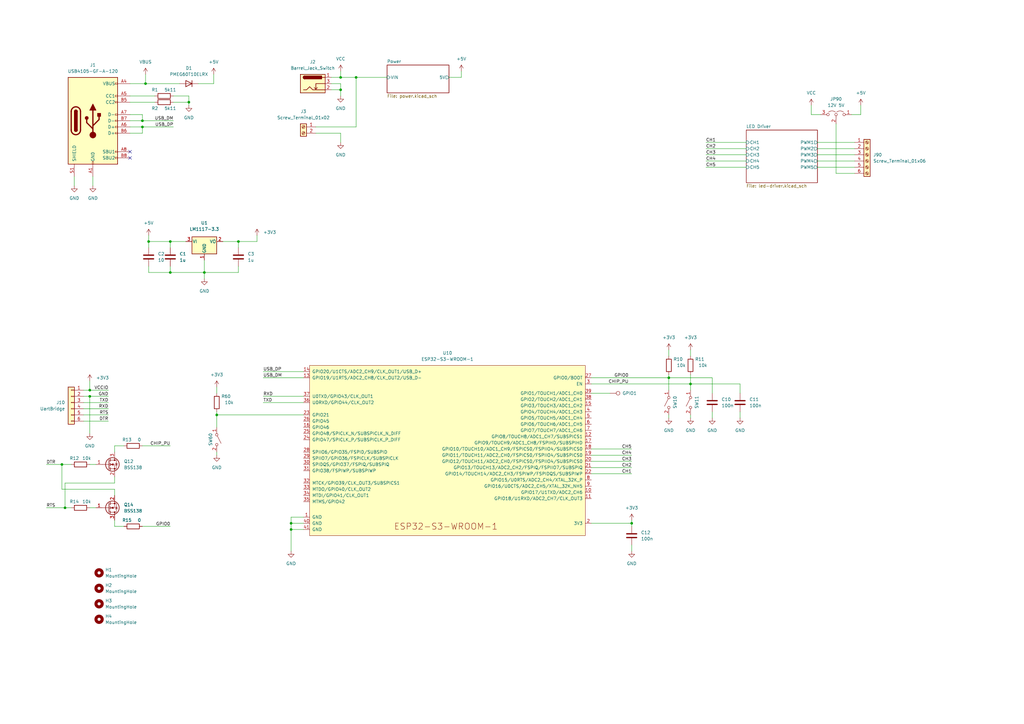
<source format=kicad_sch>
(kicad_sch (version 20211123) (generator eeschema)
  (paper "A3")
  (title_block (title "Starfish") (date "2023-01-30") (rev "A") (company "PaEber Electronics") (comment 1 "ESP based LED driver for ESPHome"))
  (lib_symbols
    (symbol "Connector:Barrel_Jack_Switch" (pin_names hide)
      (property "Reference" "J" (at 0 5.334 0))
      (property "Value" "Barrel_Jack_Switch" (at 0 -5.08 0))
      (symbol "Barrel_Jack_Switch_0_1"
        (rectangle (start -5.08 3.81) (end 5.08 -3.81) (stroke (width 0.254)) (fill (type background)))
        (arc (start -3.302 3.175) (mid -3.937 2.54) (end -3.302 1.905) (stroke (width 0.254)))
        (arc (start -3.302 3.175) (mid -3.937 2.54) (end -3.302 1.905) (stroke (width 0.254)) (fill (type outline)))
        (polyline (pts (xy 1.27 -2.286) (xy 1.905 -1.651)) (stroke (width 0.254)))
        (polyline (pts (xy 5.08 2.54) (xy 3.81 2.54)) (stroke (width 0.254)))
        (polyline (pts (xy 5.08 0) (xy 1.27 0) (xy 1.27 -2.286) (xy 0.635 -1.651)) (stroke (width 0.254)))
        (polyline (pts (xy -3.81 -2.54) (xy -2.54 -2.54) (xy -1.27 -1.27) (xy 0 -2.54) (xy 2.54 -2.54) (xy 5.08 -2.54)) (stroke (width 0.254)))
        (rectangle (start 3.683 3.175) (end -3.302 1.905) (stroke (width 0.254)) (fill (type outline)))
      )
      (symbol "Barrel_Jack_Switch_1_1"
        (pin passive line (at 7.62 2.54 180) (length 2.54) (name "~") (number "1"))
        (pin passive line (at 7.62 -2.54 180) (length 2.54) (name "~") (number "2"))
        (pin passive line (at 7.62 0 180) (length 2.54) (name "~") (number "3"))
      )
    )
    (symbol "Connector:Screw_Terminal_01x02" (pin_names (offset 1.016) hide)
      (property "Reference" "J" (at 0 2.54 0))
      (property "Value" "Screw_Terminal_01x02" (at 0 -5.08 0))
      (symbol "Screw_Terminal_01x02_1_1"
        (rectangle (start -1.27 1.27) (end 1.27 -3.81) (stroke (width 0.254)) (fill (type background)))
        (circle (center 0 -2.54) (radius 0.635) (stroke (width 0.1524)))
        (polyline (pts (xy -0.5334 -2.2098) (xy 0.3302 -3.048)) (stroke (width 0.1524)))
        (polyline (pts (xy -0.5334 0.3302) (xy 0.3302 -0.508)) (stroke (width 0.1524)))
        (polyline (pts (xy -0.3556 -2.032) (xy 0.508 -2.8702)) (stroke (width 0.1524)))
        (polyline (pts (xy -0.3556 0.508) (xy 0.508 -0.3302)) (stroke (width 0.1524)))
        (circle (center 0 0) (radius 0.635) (stroke (width 0.1524)))
        (pin passive line (at -5.08 0 0) (length 3.81) (name "Pin_1") (number "1"))
        (pin passive line (at -5.08 -2.54 0) (length 3.81) (name "Pin_2") (number "2"))
      )
    )
    (symbol "Connector:Screw_Terminal_01x06" (pin_names (offset 1.016) hide)
      (property "Reference" "J" (at 0 7.62 0))
      (property "Value" "Screw_Terminal_01x06" (at 0 -10.16 0))
      (symbol "Screw_Terminal_01x06_1_1"
        (rectangle (start -1.27 6.35) (end 1.27 -8.89) (stroke (width 0.254)) (fill (type background)))
        (circle (center 0 -7.62) (radius 0.635) (stroke (width 0.1524)))
        (circle (center 0 -5.08) (radius 0.635) (stroke (width 0.1524)))
        (circle (center 0 -2.54) (radius 0.635) (stroke (width 0.1524)))
        (polyline (pts (xy -0.5334 -7.2898) (xy 0.3302 -8.128)) (stroke (width 0.1524)))
        (polyline (pts (xy -0.5334 -4.7498) (xy 0.3302 -5.588)) (stroke (width 0.1524)))
        (polyline (pts (xy -0.5334 -2.2098) (xy 0.3302 -3.048)) (stroke (width 0.1524)))
        (polyline (pts (xy -0.5334 0.3302) (xy 0.3302 -0.508)) (stroke (width 0.1524)))
        (polyline (pts (xy -0.5334 2.8702) (xy 0.3302 2.032)) (stroke (width 0.1524)))
        (polyline (pts (xy -0.5334 5.4102) (xy 0.3302 4.572)) (stroke (width 0.1524)))
        (polyline (pts (xy -0.3556 -7.112) (xy 0.508 -7.9502)) (stroke (width 0.1524)))
        (polyline (pts (xy -0.3556 -4.572) (xy 0.508 -5.4102)) (stroke (width 0.1524)))
        (polyline (pts (xy -0.3556 -2.032) (xy 0.508 -2.8702)) (stroke (width 0.1524)))
        (polyline (pts (xy -0.3556 0.508) (xy 0.508 -0.3302)) (stroke (width 0.1524)))
        (polyline (pts (xy -0.3556 3.048) (xy 0.508 2.2098)) (stroke (width 0.1524)))
        (polyline (pts (xy -0.3556 5.588) (xy 0.508 4.7498)) (stroke (width 0.1524)))
        (circle (center 0 0) (radius 0.635) (stroke (width 0.1524)))
        (circle (center 0 2.54) (radius 0.635) (stroke (width 0.1524)))
        (circle (center 0 5.08) (radius 0.635) (stroke (width 0.1524)))
        (pin passive line (at -5.08 5.08 0) (length 3.81) (name "Pin_1") (number "1"))
        (pin passive line (at -5.08 2.54 0) (length 3.81) (name "Pin_2") (number "2"))
        (pin passive line (at -5.08 0 0) (length 3.81) (name "Pin_3") (number "3"))
        (pin passive line (at -5.08 -2.54 0) (length 3.81) (name "Pin_4") (number "4"))
        (pin passive line (at -5.08 -5.08 0) (length 3.81) (name "Pin_5") (number "5"))
        (pin passive line (at -5.08 -7.62 0) (length 3.81) (name "Pin_6") (number "6"))
      )
    )
    (symbol "Connector:TestPoint" (pin_numbers hide) (pin_names (offset 0.762) hide)
      (property "Reference" "TP" (at 0 6.858 0))
      (property "Value" "TestPoint" (at 0 5.08 0))
      (symbol "TestPoint_0_1"
        (circle (center 0 3.302) (radius 0.762))
      )
      (symbol "TestPoint_1_1"
        (pin passive line (at 0 0 90) (length 2.54) (name "1") (number "1"))
      )
    )
    (symbol "Connector_Generic:Conn_01x06" (pin_names (offset 1.016) hide)
      (property "Reference" "J" (at 0 7.62 0))
      (property "Value" "Conn_01x06" (at 0 -10.16 0))
      (symbol "Conn_01x06_1_1"
        (rectangle (start -1.27 -7.493) (end 0 -7.747) (stroke (width 0.1524)))
        (rectangle (start -1.27 -4.953) (end 0 -5.207) (stroke (width 0.1524)))
        (rectangle (start -1.27 -2.413) (end 0 -2.667) (stroke (width 0.1524)))
        (rectangle (start -1.27 0.127) (end 0 -0.127) (stroke (width 0.1524)))
        (rectangle (start -1.27 2.667) (end 0 2.413) (stroke (width 0.1524)))
        (rectangle (start -1.27 5.207) (end 0 4.953) (stroke (width 0.1524)))
        (rectangle (start -1.27 6.35) (end 1.27 -8.89) (stroke (width 0.254)) (fill (type background)))
        (pin passive line (at -5.08 5.08 0) (length 3.81) (name "Pin_1") (number "1"))
        (pin passive line (at -5.08 2.54 0) (length 3.81) (name "Pin_2") (number "2"))
        (pin passive line (at -5.08 0 0) (length 3.81) (name "Pin_3") (number "3"))
        (pin passive line (at -5.08 -2.54 0) (length 3.81) (name "Pin_4") (number "4"))
        (pin passive line (at -5.08 -5.08 0) (length 3.81) (name "Pin_5") (number "5"))
        (pin passive line (at -5.08 -7.62 0) (length 3.81) (name "Pin_6") (number "6"))
      )
    )
    (symbol "Device:C" (pin_numbers hide) (pin_names (offset 0.254))
      (property "Reference" "C" (at 0.635 2.54 0))
      (property "Value" "C" (at 0.635 -2.54 0))
      (symbol "C_0_1"
        (polyline (pts (xy -2.032 -0.762) (xy 2.032 -0.762)) (stroke (width 0.508)))
        (polyline (pts (xy -2.032 0.762) (xy 2.032 0.762)) (stroke (width 0.508)))
      )
      (symbol "C_1_1"
        (pin passive line (at 0 3.81 270) (length 2.794) (name "~") (number "1"))
        (pin passive line (at 0 -3.81 90) (length 2.794) (name "~") (number "2"))
      )
    )
    (symbol "Device:D" (pin_numbers hide) (pin_names (offset 1.016) hide)
      (property "Reference" "D" (at 0 2.54 0))
      (property "Value" "D" (at 0 -2.54 0))
      (symbol "D_0_1"
        (polyline (pts (xy -1.27 1.27) (xy -1.27 -1.27)) (stroke (width 0.254)))
        (polyline (pts (xy 1.27 0) (xy -1.27 0)))
        (polyline (pts (xy 1.27 1.27) (xy 1.27 -1.27) (xy -1.27 0) (xy 1.27 1.27)) (stroke (width 0.254)))
      )
      (symbol "D_1_1"
        (pin passive line (at -3.81 0 0) (length 2.54) (name "K") (number "1"))
        (pin passive line (at 3.81 0 180) (length 2.54) (name "A") (number "2"))
      )
    )
    (symbol "Device:R" (pin_numbers hide) (pin_names (offset 0))
      (property "Reference" "R" (at 2.032 0 90))
      (property "Value" "R" (at 0 0 90))
      (symbol "R_0_1"
        (rectangle (start -1.016 -2.54) (end 1.016 2.54) (stroke (width 0.254)))
      )
      (symbol "R_1_1"
        (pin passive line (at 0 3.81 270) (length 1.27) (name "~") (number "1"))
        (pin passive line (at 0 -3.81 90) (length 1.27) (name "~") (number "2"))
      )
    )
    (symbol "Espressif:ESP32-S3-WROOM-1" (pin_names (offset 1.016))
      (property "Reference" "U" (at 0 35.56 0))
      (property "Value" "ESP32-S3-WROOM-1" (at 0 -36.83 0))
      (symbol "ESP32-S3-WROOM-1_0_0"
        (rectangle (start -57.15 34.29) (end 55.88 -35.56) (fill (type background)))
        (text "ESP32-S3-WROOM-1" (at 0 -31.75 0) (effects (font (size 2.54 2.54))))
        (pin power_in line (at 58.42 -27.94 180) (length 2.54) (name "GND") (number "1"))
        (pin bidirectional line (at -59.69 -17.78 0) (length 2.54) (name "GPIO17/U1TXD/ADC2_CH6") (number "10"))
        (pin bidirectional line (at -59.69 -20.32 0) (length 2.54) (name "GPIO18/U1RXD/ADC2_CH7/CLK_OUT3") (number "11"))
        (pin bidirectional line (at -59.69 5.08 0) (length 2.54) (name "GPIO8/TOUCH8/ADC1_CH7/SUBSPICS1") (number "12"))
        (pin bidirectional line (at 58.42 29.21 180) (length 2.54) (name "GPIO19/U1RTS/ADC2_CH8/CLK_OUT2/USB_D-") (number "13"))
        (pin bidirectional line (at 58.42 31.75 180) (length 2.54) (name "GPIO20/U1CTS/ADC2_CH9/CLK_OUT1/USB_D+") (number "14"))
        (pin bidirectional line (at -59.69 17.78 0) (length 2.54) (name "GPIO3/TOUCH3/ADC1_CH2") (number "15"))
        (pin bidirectional line (at 58.42 8.89 180) (length 2.54) (name "GPIO46") (number "16"))
        (pin bidirectional line (at -59.69 2.54 0) (length 2.54) (name "GPIO9/TOUCH9/ADC1_CH8/FSPIHD/SUBSPIHD") (number "17"))
        (pin bidirectional line (at -59.69 0 0) (length 2.54) (name "GPIO10/TOUCH10/ADC1_CH9/FSPICS0/FSPIIO4/SUBSPICS0") (number "18"))
        (pin bidirectional line (at -59.69 -2.54 0) (length 2.54) (name "GPIO11/TOUCH11/ADC2_CH0/FSPICS0/FSPIIO4/SUBSPICS0") (number "19"))
        (pin power_in line (at -59.69 -30.48 0) (length 2.54) (name "3V3") (number "2"))
        (pin bidirectional line (at -59.69 -5.08 0) (length 2.54) (name "GPIO12/TOUCH11/ADC2_CH0/FSPICS0/FSPIIO4/SUBSPICS0") (number "20"))
        (pin bidirectional line (at -59.69 -7.62 0) (length 2.54) (name "GPIO13/TOUCH13/ADC2_CH2/FSPIQ/FSPIIO7/SUBSPIQ") (number "21"))
        (pin bidirectional line (at -59.69 -10.16 0) (length 2.54) (name "GPIO14/TOUCH14/ADC2_CH3/FSPIWP/FSPIDQS/SUBSPIWP") (number "22"))
        (pin bidirectional line (at 58.42 13.97 180) (length 2.54) (name "GPIO21") (number "23"))
        (pin bidirectional line (at 58.42 3.81 180) (length 2.54) (name "GPIO47/SPICLK_P/SUBSPICLK_P_DIFF") (number "24"))
        (pin bidirectional line (at 58.42 6.35 180) (length 2.54) (name "GPIO48/SPICLK_N/SUBSPICLK_N_DIFF") (number "25"))
        (pin bidirectional line (at 58.42 11.43 180) (length 2.54) (name "GPIO45") (number "26"))
        (pin bidirectional line (at -59.69 29.21 0) (length 2.54) (name "GPIO0/BOOT") (number "27"))
        (pin bidirectional line (at 58.42 -1.27 180) (length 2.54) (name "SPIIO6/GPIO35/FSPID/SUBSPID") (number "28"))
        (pin bidirectional line (at 58.42 -3.81 180) (length 2.54) (name "SPIIO7/GPIO36/FSPICLK/SUBSPICLK") (number "29"))
        (pin input line (at -59.69 26.67 0) (length 2.54) (name "EN") (number "3"))
        (pin bidirectional line (at 58.42 -6.35 180) (length 2.54) (name "SPIDQS/GPIO37/FSPIQ/SUBSPIQ") (number "30"))
        (pin bidirectional line (at 58.42 -8.89 180) (length 2.54) (name "GPIO38/FSPIWP/SUBSPIWP") (number "31"))
        (pin bidirectional line (at 58.42 -13.97 180) (length 2.54) (name "MTCK/GPIO39/CLK_OUT3/SUBSPICS1") (number "32"))
        (pin bidirectional line (at 58.42 -16.51 180) (length 2.54) (name "MTDO/GPIO40/CLK_OUT2") (number "33"))
        (pin bidirectional line (at 58.42 -19.05 180) (length 2.54) (name "MTDI/GPIO41/CLK_OUT1") (number "34"))
        (pin bidirectional line (at 58.42 -21.59 180) (length 2.54) (name "MTMS/GPIO42") (number "35"))
        (pin bidirectional line (at 58.42 19.05 180) (length 2.54) (name "U0RXD/GPIO44/CLK_OUT2") (number "36"))
        (pin bidirectional line (at 58.42 21.59 180) (length 2.54) (name "U0TXD/GPIO43/CLK_OUT1") (number "37"))
        (pin bidirectional line (at -59.69 20.32 0) (length 2.54) (name "GPIO2/TOUCH2/ADC1_CH1") (number "38"))
        (pin bidirectional line (at -59.69 22.86 0) (length 2.54) (name "GPIO1/TOUCH1/ADC1_CH0") (number "39"))
        (pin bidirectional line (at -59.69 15.24 0) (length 2.54) (name "GPIO4/TOUCH4/ADC1_CH3") (number "4"))
        (pin power_in line (at 58.42 -30.48 180) (length 2.54) (name "GND") (number "40"))
        (pin power_in line (at 58.42 -33.02 180) (length 2.54) (name "GND") (number "41"))
        (pin bidirectional line (at -59.69 12.7 0) (length 2.54) (name "GPIO5/TOUCH5/ADC1_CH4") (number "5"))
        (pin bidirectional line (at -59.69 10.16 0) (length 2.54) (name "GPIO6/TOUCH6/ADC1_CH5") (number "6"))
        (pin bidirectional line (at -59.69 7.62 0) (length 2.54) (name "GPIO7/TOUCH7/ADC1_CH6") (number "7"))
        (pin bidirectional line (at -59.69 -12.7 0) (length 2.54) (name "GPIO15/U0RTS/ADC2_CH4/XTAL_32K_P") (number "8"))
        (pin bidirectional line (at -59.69 -15.24 0) (length 2.54) (name "GPIO16/U0CTS/ADC2_CH5/XTAL_32K_NH5") (number "9"))
      )
    )
    (symbol "Jumper:Jumper_3_Open" (pin_names (offset 0) hide)
      (property "Reference" "JP" (at -2.54 -2.54 0))
      (property "Value" "Jumper_3_Open" (at 0 2.794 0))
      (symbol "Jumper_3_Open_0_0"
        (circle (center -3.302 0) (radius 0.508))
        (circle (center 0 0) (radius 0.508))
        (circle (center 3.302 0) (radius 0.508))
      )
      (symbol "Jumper_3_Open_0_1"
        (arc (start -0.254 1.016) (mid -1.651 1.4992) (end -3.048 1.016))
        (polyline (pts (xy 0 -0.508) (xy 0 -1.27)))
        (arc (start 3.048 1.016) (mid 1.651 1.4992) (end 0.254 1.016))
      )
      (symbol "Jumper_3_Open_1_1"
        (pin passive line (at -6.35 0 0) (length 2.54) (name "A") (number "1"))
        (pin input line (at 0 -3.81 90) (length 2.54) (name "C") (number "2"))
        (pin passive line (at 6.35 0 180) (length 2.54) (name "B") (number "3"))
      )
    )
    (symbol "Mechanical:MountingHole" (pin_names (offset 1.016))
      (property "Reference" "H" (at 0 5.08 0))
      (property "Value" "MountingHole" (at 0 3.175 0))
      (symbol "MountingHole_0_1"
        (circle (center 0 0) (radius 1.27) (stroke (width 1.27)))
      )
    )
    (symbol "Regulator_Linear:LM1117-3.3" (pin_names (offset 0.254))
      (property "Reference" "U" (at -3.81 3.175 0))
      (property "Value" "LM1117-3.3" (at 0 3.175 0))
      (symbol "LM1117-3.3_0_1"
        (rectangle (start -5.08 -5.08) (end 5.08 1.905) (stroke (width 0.254)) (fill (type background)))
      )
      (symbol "LM1117-3.3_1_1"
        (pin power_in line (at 0 -7.62 90) (length 2.54) (name "GND") (number "1"))
        (pin power_out line (at 7.62 0 180) (length 2.54) (name "VO") (number "2"))
        (pin power_in line (at -7.62 0 0) (length 2.54) (name "VI") (number "3"))
      )
    )
    (symbol "Switch:SW_SPST" (pin_names (offset 0) hide)
      (property "Reference" "SW" (at 0 3.175 0))
      (property "Value" "SW_SPST" (at 0 -2.54 0))
      (symbol "SW_SPST_0_0"
        (circle (center -2.032 0) (radius 0.508))
        (polyline (pts (xy -1.524 0.254) (xy 1.524 1.778)))
        (circle (center 2.032 0) (radius 0.508))
      )
      (symbol "SW_SPST_1_1"
        (pin passive line (at -5.08 0 0) (length 2.54) (name "A") (number "1"))
        (pin passive line (at 5.08 0 180) (length 2.54) (name "B") (number "2"))
      )
    )
    (symbol "Transistor_FET:BSS138" (pin_names hide)
      (property "Reference" "Q" (at 5.08 1.905 0))
      (property "Value" "BSS138" (at 5.08 0 0))
      (symbol "BSS138_0_1"
        (polyline (pts (xy 0.254 0) (xy -2.54 0)))
        (polyline (pts (xy 0.254 1.905) (xy 0.254 -1.905)) (stroke (width 0.254)))
        (polyline (pts (xy 0.762 -1.27) (xy 0.762 -2.286)) (stroke (width 0.254)))
        (polyline (pts (xy 0.762 0.508) (xy 0.762 -0.508)) (stroke (width 0.254)))
        (polyline (pts (xy 0.762 2.286) (xy 0.762 1.27)) (stroke (width 0.254)))
        (polyline (pts (xy 2.54 2.54) (xy 2.54 1.778)))
        (polyline (pts (xy 2.54 -2.54) (xy 2.54 0) (xy 0.762 0)))
        (polyline (pts (xy 0.762 -1.778) (xy 3.302 -1.778) (xy 3.302 1.778) (xy 0.762 1.778)))
        (polyline (pts (xy 1.016 0) (xy 2.032 0.381) (xy 2.032 -0.381) (xy 1.016 0)) (fill (type outline)))
        (polyline (pts (xy 2.794 0.508) (xy 2.921 0.381) (xy 3.683 0.381) (xy 3.81 0.254)))
        (polyline (pts (xy 3.302 0.381) (xy 2.921 -0.254) (xy 3.683 -0.254) (xy 3.302 0.381)))
        (circle (center 1.651 0) (radius 2.794) (stroke (width 0.254)))
        (circle (center 2.54 -1.778) (radius 0.254) (fill (type outline)))
        (circle (center 2.54 1.778) (radius 0.254) (fill (type outline)))
      )
      (symbol "BSS138_1_1"
        (pin input line (at -5.08 0 0) (length 2.54) (name "G") (number "1"))
        (pin passive line (at 2.54 -5.08 90) (length 2.54) (name "S") (number "2"))
        (pin passive line (at 2.54 5.08 270) (length 2.54) (name "D") (number "3"))
      )
    )
    (symbol "paeber:USB4105-GF-A-120" (pin_names (offset 1.016))
      (property "Reference" "J?" (at 0 22.86 0))
      (property "Value" "USB4105-GF-A-120" (at 0 20.32 0))
      (symbol "USB4105-GF-A-120_0_0"
        (rectangle (start -0.254 -17.78) (end 0.254 -16.764))
        (rectangle (start 10.16 -14.986) (end 9.144 -15.494))
        (rectangle (start 10.16 -12.446) (end 9.144 -12.954))
        (rectangle (start 10.16 -4.826) (end 9.144 -5.334))
        (rectangle (start 10.16 -2.286) (end 9.144 -2.794))
        (rectangle (start 10.16 0.254) (end 9.144 -0.254))
        (rectangle (start 10.16 2.794) (end 9.144 2.286))
        (rectangle (start 10.16 7.874) (end 9.144 7.366))
        (rectangle (start 10.16 10.414) (end 9.144 9.906))
        (rectangle (start 10.16 15.494) (end 9.144 14.986))
      )
      (symbol "USB4105-GF-A-120_0_1"
        (rectangle (start -10.16 17.78) (end 10.16 -17.78) (stroke (width 0.254)) (fill (type background)))
        (arc (start -8.89 -3.81) (mid -6.985 -5.715) (end -5.08 -3.81) (stroke (width 0.508)))
        (arc (start -7.62 -3.81) (mid -6.985 -4.445) (end -6.35 -3.81) (stroke (width 0.254)))
        (arc (start -7.62 -3.81) (mid -6.985 -4.445) (end -6.35 -3.81) (stroke (width 0.254)) (fill (type outline)))
        (rectangle (start -7.62 -3.81) (end -6.35 3.81) (stroke (width 0.254)) (fill (type outline)))
        (arc (start -6.35 3.81) (mid -6.985 4.445) (end -7.62 3.81) (stroke (width 0.254)))
        (arc (start -6.35 3.81) (mid -6.985 4.445) (end -7.62 3.81) (stroke (width 0.254)) (fill (type outline)))
        (arc (start -5.08 3.81) (mid -6.985 5.715) (end -8.89 3.81) (stroke (width 0.508)))
        (circle (center -2.54 1.143) (radius 0.635) (stroke (width 0.254)) (fill (type outline)))
        (circle (center 0 -5.842) (radius 1.27) (fill (type outline)))
        (polyline (pts (xy -8.89 -3.81) (xy -8.89 3.81)) (stroke (width 0.508)))
        (polyline (pts (xy -5.08 3.81) (xy -5.08 -3.81)) (stroke (width 0.508)))
        (polyline (pts (xy 0 -5.842) (xy 0 4.318)) (stroke (width 0.508)))
        (polyline (pts (xy 0 -3.302) (xy -2.54 -0.762) (xy -2.54 0.508)) (stroke (width 0.508)))
        (polyline (pts (xy 0 -2.032) (xy 2.54 0.508) (xy 2.54 1.778)) (stroke (width 0.508)))
        (polyline (pts (xy -1.27 4.318) (xy 0 6.858) (xy 1.27 4.318) (xy -1.27 4.318)) (stroke (width 0.254)) (fill (type outline)))
        (rectangle (start 1.905 1.778) (end 3.175 3.048) (stroke (width 0.254)) (fill (type outline)))
      )
      (symbol "USB4105-GF-A-120_1_1"
        (pin passive line (at 0 -22.86 90) (length 5.08) (name "GND") (number "A1"))
        (pin passive line (at 0 -22.86 90) (length 5.08) hide (name "GND") (number "A12"))
        (pin passive line (at 15.24 15.24 180) (length 5.08) (name "VBUS") (number "A4"))
        (pin bidirectional line (at 15.24 10.16 180) (length 5.08) (name "CC1") (number "A5"))
        (pin bidirectional line (at 15.24 -2.54 180) (length 5.08) (name "D+") (number "A6"))
        (pin bidirectional line (at 15.24 2.54 180) (length 5.08) (name "D-") (number "A7"))
        (pin bidirectional line (at 15.24 -12.7 180) (length 5.08) (name "SBU1") (number "A8"))
        (pin passive line (at 15.24 15.24 180) (length 5.08) hide (name "VBUS") (number "A9"))
        (pin passive line (at 0 -22.86 90) (length 5.08) hide (name "GND") (number "B1"))
        (pin passive line (at 0 -22.86 90) (length 5.08) hide (name "GND") (number "B12"))
        (pin passive line (at 15.24 15.24 180) (length 5.08) hide (name "VBUS") (number "B4"))
        (pin bidirectional line (at 15.24 7.62 180) (length 5.08) (name "CC2") (number "B5"))
        (pin bidirectional line (at 15.24 -5.08 180) (length 5.08) (name "D+") (number "B6"))
        (pin bidirectional line (at 15.24 0 180) (length 5.08) (name "D-") (number "B7"))
        (pin bidirectional line (at 15.24 -15.24 180) (length 5.08) (name "SBU2") (number "B8"))
        (pin passive line (at 15.24 15.24 180) (length 5.08) hide (name "VBUS") (number "B9"))
        (pin passive line (at -7.62 -22.86 90) (length 5.08) (name "SHIELD") (number "S1"))
      )
    )
    (symbol "power:+3V3" (power) (pin_names (offset 0))
      (property "Value" "+3V3" (at 0 3.556 0))
      (symbol "+3V3_0_1"
        (polyline (pts (xy -0.762 1.27) (xy 0 2.54)))
        (polyline (pts (xy 0 0) (xy 0 2.54)))
        (polyline (pts (xy 0 2.54) (xy 0.762 1.27)))
      )
      (symbol "+3V3_1_1"
        (pin power_in line (at 0 0 90) (length 0) hide (name "+3V3") (number "1"))
      )
    )
    (symbol "power:+5V" (power) (pin_names (offset 0))
      (property "Value" "+5V" (at 0 3.556 0))
      (symbol "+5V_0_1"
        (polyline (pts (xy -0.762 1.27) (xy 0 2.54)))
        (polyline (pts (xy 0 0) (xy 0 2.54)))
        (polyline (pts (xy 0 2.54) (xy 0.762 1.27)))
      )
      (symbol "+5V_1_1"
        (pin power_in line (at 0 0 90) (length 0) hide (name "+5V") (number "1"))
      )
    )
    (symbol "power:GND" (power) (pin_names (offset 0))
      (property "Value" "GND" (at 0 -3.81 0))
      (symbol "GND_0_1"
        (polyline (pts (xy 0 0) (xy 0 -1.27) (xy 1.27 -1.27) (xy 0 -2.54) (xy -1.27 -1.27) (xy 0 -1.27)))
      )
      (symbol "GND_1_1"
        (pin power_in line (at 0 0 270) (length 0) hide (name "GND") (number "1"))
      )
    )
    (symbol "power:VBUS" (power) (pin_names (offset 0))
      (property "Value" "VBUS" (at 0 3.81 0))
      (symbol "VBUS_0_1"
        (polyline (pts (xy -0.762 1.27) (xy 0 2.54)))
        (polyline (pts (xy 0 0) (xy 0 2.54)))
        (polyline (pts (xy 0 2.54) (xy 0.762 1.27)))
      )
      (symbol "VBUS_1_1"
        (pin power_in line (at 0 0 90) (length 0) hide (name "VBUS") (number "1"))
      )
    )
    (symbol "power:VCC" (power) (pin_names (offset 0))
      (property "Value" "VCC" (at 0 3.81 0))
      (symbol "VCC_0_1"
        (polyline (pts (xy -0.762 1.27) (xy 0 2.54)))
        (polyline (pts (xy 0 0) (xy 0 2.54)))
        (polyline (pts (xy 0 2.54) (xy 0.762 1.27)))
      )
      (symbol "VCC_1_1"
        (pin power_in line (at 0 0 90) (length 0) hide (name "VCC") (number "1"))
      )
    )
  )
  (junction (at 36.83 160.02))
  (junction (at 259.08 214.63))
  (junction (at 139.7 36.83))
  (junction (at 69.85 111.76))
  (junction (at 119.38 214.63))
  (junction (at 58.42 52.07))
  (junction (at 83.82 111.76))
  (junction (at 25.4 190.5))
  (junction (at 119.38 217.17))
  (junction (at 59.69 34.29))
  (junction (at 274.32 154.94))
  (junction (at 77.47 41.91))
  (junction (at 26.67 208.28))
  (junction (at 88.9 170.18))
  (junction (at 97.79 99.06))
  (junction (at 146.05 31.75))
  (junction (at 60.96 99.06))
  (junction (at 36.83 162.56))
  (junction (at 58.42 49.53))
  (junction (at 69.85 99.06))
  (junction (at 139.7 31.75))
  (junction (at 283.21 157.48))
  (no_connect (at 53.34 62.23))
  (no_connect (at 53.34 64.77))
  (wire (pts (xy 77.47 41.91) (xy 77.47 39.37)))
  (wire (pts (xy 119.38 212.09) (xy 119.38 214.63)))
  (wire (pts (xy 69.85 99.06) (xy 76.2 99.06)))
  (wire (pts (xy 25.4 190.5) (xy 29.21 190.5)))
  (wire (pts (xy 335.28 63.5) (xy 350.52 63.5)))
  (wire (pts (xy 59.69 34.29) (xy 53.34 34.29)))
  (wire (pts (xy 146.05 52.07) (xy 146.05 31.75)))
  (wire (pts (xy 283.21 170.18) (xy 283.21 171.45)))
  (wire (pts (xy 335.28 66.04) (xy 350.52 66.04)))
  (wire (pts (xy 26.67 198.12) (xy 26.67 208.28)))
  (wire (pts (xy 44.45 162.56) (xy 36.83 162.56)))
  (wire (pts (xy 19.05 190.5) (xy 25.4 190.5)))
  (wire (pts (xy 139.7 31.75) (xy 146.05 31.75)))
  (wire (pts (xy 38.1 72.39) (xy 38.1 76.2)))
  (wire (pts (xy 46.99 203.2) (xy 46.99 200.66)))
  (wire (pts (xy 124.46 212.09) (xy 119.38 212.09)))
  (wire (pts (xy 283.21 143.51) (xy 283.21 146.05)))
  (wire (pts (xy 292.1 154.94) (xy 292.1 161.29)))
  (wire (pts (xy 350.52 71.12) (xy 342.9 71.12)))
  (wire (pts (xy 306.07 60.96) (xy 289.56 60.96)))
  (wire (pts (xy 97.79 99.06) (xy 97.79 101.6)))
  (wire (pts (xy 30.48 72.39) (xy 30.48 76.2)))
  (wire (pts (xy 60.96 111.76) (xy 69.85 111.76)))
  (wire (pts (xy 50.8 215.9) (xy 46.99 215.9)))
  (wire (pts (xy 69.85 101.6) (xy 69.85 99.06)))
  (wire (pts (xy 44.45 160.02) (xy 36.83 160.02)))
  (wire (pts (xy 124.46 152.4) (xy 107.95 152.4)))
  (wire (pts (xy 58.42 52.07) (xy 71.12 52.07)))
  (wire (pts (xy 58.42 215.9) (xy 69.85 215.9)))
  (wire (pts (xy 44.45 165.1) (xy 34.29 165.1)))
  (wire (pts (xy 19.05 208.28) (xy 26.67 208.28)))
  (wire (pts (xy 124.46 217.17) (xy 119.38 217.17)))
  (wire (pts (xy 242.57 186.69) (xy 259.08 186.69)))
  (wire (pts (xy 335.28 68.58) (xy 350.52 68.58)))
  (wire (pts (xy 36.83 160.02) (xy 34.29 160.02)))
  (wire (pts (xy 107.95 165.1) (xy 124.46 165.1)))
  (wire (pts (xy 353.06 43.18) (xy 353.06 46.99)))
  (wire (pts (xy 336.55 46.99) (xy 332.74 46.99)))
  (wire (pts (xy 58.42 49.53) (xy 53.34 49.53)))
  (wire (pts (xy 292.1 168.91) (xy 292.1 171.45)))
  (wire (pts (xy 69.85 111.76) (xy 83.82 111.76)))
  (wire (pts (xy 342.9 50.8) (xy 342.9 71.12)))
  (wire (pts (xy 119.38 217.17) (xy 119.38 226.06)))
  (wire (pts (xy 242.57 154.94) (xy 274.32 154.94)))
  (wire (pts (xy 303.53 168.91) (xy 303.53 171.45)))
  (wire (pts (xy 77.47 39.37) (xy 71.12 39.37)))
  (wire (pts (xy 58.42 52.07) (xy 53.34 52.07)))
  (wire (pts (xy 242.57 184.15) (xy 259.08 184.15)))
  (wire (pts (xy 46.99 182.88) (xy 46.99 185.42)))
  (wire (pts (xy 259.08 215.9) (xy 259.08 214.63)))
  (wire (pts (xy 129.54 52.07) (xy 146.05 52.07)))
  (wire (pts (xy 119.38 214.63) (xy 119.38 217.17)))
  (wire (pts (xy 53.34 46.99) (xy 58.42 46.99)))
  (wire (pts (xy 58.42 46.99) (xy 58.42 49.53)))
  (wire (pts (xy 88.9 170.18) (xy 124.46 170.18)))
  (wire (pts (xy 349.25 46.99) (xy 353.06 46.99)))
  (wire (pts (xy 306.07 68.58) (xy 289.56 68.58)))
  (wire (pts (xy 44.45 172.72) (xy 34.29 172.72)))
  (wire (pts (xy 87.63 30.48) (xy 87.63 34.29)))
  (wire (pts (xy 146.05 31.75) (xy 158.75 31.75)))
  (wire (pts (xy 88.9 185.42) (xy 88.9 186.69)))
  (wire (pts (xy 83.82 111.76) (xy 97.79 111.76)))
  (wire (pts (xy 259.08 223.52) (xy 259.08 226.06)))
  (wire (pts (xy 242.57 214.63) (xy 259.08 214.63)))
  (wire (pts (xy 335.28 58.42) (xy 350.52 58.42)))
  (wire (pts (xy 36.83 162.56) (xy 36.83 177.8)))
  (wire (pts (xy 60.96 99.06) (xy 69.85 99.06)))
  (wire (pts (xy 87.63 34.29) (xy 81.28 34.29)))
  (wire (pts (xy 53.34 54.61) (xy 58.42 54.61)))
  (wire (pts (xy 274.32 153.67) (xy 274.32 154.94)))
  (wire (pts (xy 26.67 208.28) (xy 29.21 208.28)))
  (wire (pts (xy 44.45 167.64) (xy 34.29 167.64)))
  (wire (pts (xy 306.07 66.04) (xy 289.56 66.04)))
  (wire (pts (xy 88.9 170.18) (xy 88.9 175.26)))
  (wire (pts (xy 242.57 157.48) (xy 283.21 157.48)))
  (wire (pts (xy 139.7 36.83) (xy 139.7 34.29)))
  (wire (pts (xy 88.9 168.91) (xy 88.9 170.18)))
  (wire (pts (xy 36.83 190.5) (xy 39.37 190.5)))
  (wire (pts (xy 259.08 214.63) (xy 259.08 213.36)))
  (wire (pts (xy 83.82 106.68) (xy 83.82 111.76)))
  (wire (pts (xy 242.57 189.23) (xy 259.08 189.23)))
  (wire (pts (xy 50.8 182.88) (xy 46.99 182.88)))
  (wire (pts (xy 59.69 30.48) (xy 59.69 34.29)))
  (wire (pts (xy 242.57 194.31) (xy 259.08 194.31)))
  (wire (pts (xy 283.21 153.67) (xy 283.21 157.48)))
  (wire (pts (xy 124.46 214.63) (xy 119.38 214.63)))
  (wire (pts (xy 60.96 96.52) (xy 60.96 99.06)))
  (wire (pts (xy 306.07 58.42) (xy 289.56 58.42)))
  (wire (pts (xy 139.7 54.61) (xy 139.7 58.42)))
  (wire (pts (xy 46.99 200.66) (xy 25.4 200.66)))
  (wire (pts (xy 91.44 99.06) (xy 97.79 99.06)))
  (wire (pts (xy 129.54 54.61) (xy 139.7 54.61)))
  (wire (pts (xy 283.21 160.02) (xy 283.21 157.48)))
  (wire (pts (xy 105.41 96.52) (xy 105.41 99.06)))
  (wire (pts (xy 107.95 162.56) (xy 124.46 162.56)))
  (wire (pts (xy 189.23 31.75) (xy 189.23 29.21)))
  (wire (pts (xy 139.7 31.75) (xy 139.7 29.21)))
  (wire (pts (xy 53.34 39.37) (xy 63.5 39.37)))
  (wire (pts (xy 60.96 109.22) (xy 60.96 111.76)))
  (wire (pts (xy 46.99 215.9) (xy 46.99 213.36)))
  (wire (pts (xy 135.89 36.83) (xy 139.7 36.83)))
  (wire (pts (xy 44.45 170.18) (xy 34.29 170.18)))
  (wire (pts (xy 58.42 54.61) (xy 58.42 52.07)))
  (wire (pts (xy 25.4 200.66) (xy 25.4 190.5)))
  (wire (pts (xy 53.34 41.91) (xy 63.5 41.91)))
  (wire (pts (xy 274.32 170.18) (xy 274.32 171.45)))
  (wire (pts (xy 46.99 195.58) (xy 46.99 198.12)))
  (wire (pts (xy 184.15 31.75) (xy 189.23 31.75)))
  (wire (pts (xy 124.46 154.94) (xy 107.95 154.94)))
  (wire (pts (xy 77.47 43.18) (xy 77.47 41.91)))
  (wire (pts (xy 303.53 157.48) (xy 303.53 161.29)))
  (wire (pts (xy 97.79 109.22) (xy 97.79 111.76)))
  (wire (pts (xy 83.82 111.76) (xy 83.82 114.3)))
  (wire (pts (xy 139.7 39.37) (xy 139.7 36.83)))
  (wire (pts (xy 274.32 143.51) (xy 274.32 146.05)))
  (wire (pts (xy 36.83 156.21) (xy 36.83 160.02)))
  (wire (pts (xy 36.83 162.56) (xy 34.29 162.56)))
  (wire (pts (xy 292.1 154.94) (xy 274.32 154.94)))
  (wire (pts (xy 332.74 43.18) (xy 332.74 46.99)))
  (wire (pts (xy 58.42 182.88) (xy 69.85 182.88)))
  (wire (pts (xy 46.99 198.12) (xy 26.67 198.12)))
  (wire (pts (xy 242.57 191.77) (xy 259.08 191.77)))
  (wire (pts (xy 306.07 63.5) (xy 289.56 63.5)))
  (wire (pts (xy 335.28 60.96) (xy 350.52 60.96)))
  (wire (pts (xy 135.89 31.75) (xy 139.7 31.75)))
  (wire (pts (xy 274.32 154.94) (xy 274.32 160.02)))
  (wire (pts (xy 60.96 99.06) (xy 60.96 101.6)))
  (wire (pts (xy 71.12 41.91) (xy 77.47 41.91)))
  (wire (pts (xy 242.57 161.29) (xy 250.19 161.29)))
  (wire (pts (xy 88.9 158.75) (xy 88.9 161.29)))
  (wire (pts (xy 97.79 99.06) (xy 105.41 99.06)))
  (wire (pts (xy 58.42 49.53) (xy 71.12 49.53)))
  (wire (pts (xy 69.85 109.22) (xy 69.85 111.76)))
  (wire (pts (xy 139.7 34.29) (xy 135.89 34.29)))
  (wire (pts (xy 283.21 157.48) (xy 303.53 157.48)))
  (wire (pts (xy 59.69 34.29) (xy 73.66 34.29)))
  (wire (pts (xy 36.83 208.28) (xy 39.37 208.28)))
  (label "USB_DP" (at 71.12 52.07 180))
  (label "VCCIO" (at 44.45 160.02 180))
  (label "TXD" (at 107.95 165.1 0))
  (label "CH2" (at 259.08 191.77 180))
  (label "USB_DM" (at 71.12 49.53 180))
  (label "TXD" (at 44.45 165.1 180))
  (label "RTS" (at 44.45 170.18 180))
  (label "USB_DM" (at 107.95 154.94 0))
  (label "RTS" (at 19.05 208.28 0))
  (label "RXD" (at 44.45 167.64 180))
  (label "CH5" (at 289.56 68.58 0))
  (label "CH2" (at 289.56 60.96 0))
  (label "CH1" (at 289.56 58.42 0))
  (label "CHIP_PU" (at 69.85 182.88 180))
  (label "CH4" (at 289.56 66.04 0))
  (label "USB_DP" (at 107.95 152.4 0))
  (label "CHIP_PU" (at 257.81 157.48 180))
  (label "CH4" (at 259.08 186.69 180))
  (label "GND" (at 44.45 162.56 180))
  (label "DTR" (at 44.45 172.72 180))
  (label "DTR" (at 19.05 190.5 0))
  (label "RXD" (at 107.95 162.56 0))
  (label "CH3" (at 259.08 189.23 180))
  (label "CH1" (at 259.08 194.31 180))
  (label "GPIO0" (at 69.85 215.9 180))
  (label "CH3" (at 289.56 63.5 0))
  (label "CH5" (at 259.08 184.15 180))
  (label "GPIO0" (at 257.81 154.94 180))
  (symbol (lib_id "power:VCC") (at 332.74 43.18 0) (mirror y) (unit 1)
    (property "Reference" "#PWR0124" (effects hide))
    (property "Value" "VCC" (at 332.74 38.1 0))
  )
  (symbol (lib_id "power:VBUS") (at 59.69 30.48 0) (unit 1)
    (property "Reference" "#PWR0107" (effects hide))
    (property "Value" "VBUS" (at 59.69 25.4 0))
  )
  (symbol (lib_id "power:+3V3") (at 88.9 158.75 0) (unit 1)
    (property "Reference" "#PWR0137" (effects hide))
    (property "Value" "+3V3" (at 88.9 153.67 0))
  )
  (symbol (lib_id "Mechanical:MountingHole") (at 40.64 254 0) (unit 1)
    (property "Reference" "H4" (at 43.18 252.7299 0) (effects (justify left)))
    (property "Value" "MountingHole" (at 43.18 255.2699 0) (effects (justify left)))
    (property "Footprint" "MountingHole:MountingHole_3.2mm_M3_DIN965_Pad_TopBottom" (effects hide))
  )
  (symbol (lib_id "Transistor_FET:BSS138") (at 44.45 190.5 0) (unit 1)
    (property "Reference" "Q12" (at 50.8 189.2299 0) (effects (justify left)))
    (property "Value" "BSS138" (at 50.8 191.7699 0) (effects (justify left)))
    (property "Footprint" "Package_TO_SOT_SMD:SOT-23" (effects hide))
    (property "Datasheet" "https://www.onsemi.com/pub/Collateral/BSS138-D.PDF" (effects hide))
  )
  (symbol (lib_id "Device:R") (at 33.02 190.5 270) (mirror x) (unit 1)
    (property "Reference" "R12" (at 30.48 187.96 90))
    (property "Value" "10k" (at 35.56 187.96 90))
    (property "Footprint" "Resistor_SMD:R_0603_1608Metric_Pad0.98x0.95mm_HandSolder" (effects hide))
  )
  (symbol (lib_id "power:GND") (at 36.83 177.8 0) (mirror y) (unit 1)
    (property "Reference" "#PWR0135" (effects hide))
    (property "Value" "GND" (at 36.83 182.88 0))
  )
  (symbol (lib_id "power:GND") (at 292.1 171.45 0) (unit 1)
    (property "Reference" "#PWR0130" (effects hide))
    (property "Value" "GND" (at 292.1 176.53 0))
  )
  (symbol (lib_id "Device:C") (at 259.08 219.71 0) (mirror y) (unit 1)
    (property "Reference" "C12" (at 262.89 218.4399 0) (effects (justify right)))
    (property "Value" "100n" (at 262.89 220.9799 0) (effects (justify right)))
    (property "Footprint" "Capacitor_SMD:C_0805_2012Metric_Pad1.18x1.45mm_HandSolder" (effects hide))
  )
  (symbol (lib_id "paeber:USB4105-GF-A-120") (at 38.1 49.53 0) (unit 1)
    (property "Reference" "J1" (at 38.1 26.67 0))
    (property "Value" "USB4105-GF-A-120" (at 38.1 29.21 0))
    (property "Footprint" "Connector_USB:USB_C_Receptacle_HRO_TYPE-C-31-M-12" (effects hide))
    (property "Datasheet" "https://www.usb.org/sites/default/files/documents/usb_type-c.zip" (effects hide))
    (property "Mouser" "640-USB4105-GF-A-120" (effects hide))
  )
  (symbol (lib_id "Connector:TestPoint") (at 250.19 161.29 270) (unit 1)
    (property "Reference" "GPIO1" (at 255.27 161.2899 90) (effects (justify left)))
    (property "Value" "TestPoint" (effects hide))
    (property "Footprint" "TestPoint:TestPoint_Pad_D2.5mm" (effects hide))
  )
  (symbol (lib_id "Jumper:Jumper_3_Open") (at 342.9 46.99 0) (mirror y) (unit 1)
    (property "Reference" "JP90" (at 342.9 40.64 0))
    (property "Value" "12V 5V" (at 342.9 43.18 0))
    (property "Footprint" "Jumper:SolderJumper-3_P1.3mm_Open_RoundedPad1.0x1.5mm_NumberLabels" (effects hide))
  )
  (symbol (lib_id "Device:R") (at 274.32 149.86 0) (mirror x) (unit 1)
    (property "Reference" "R10" (at 278.13 147.32 0))
    (property "Value" "10k" (at 279.4 149.86 0))
    (property "Footprint" "Resistor_SMD:R_0603_1608Metric_Pad0.98x0.95mm_HandSolder" (effects hide))
  )
  (symbol (lib_id "power:+3V3") (at 274.32 143.51 0) (unit 1)
    (property "Reference" "#PWR0127" (effects hide))
    (property "Value" "+3V3" (at 274.32 138.43 0))
  )
  (symbol (lib_id "power:+5V") (at 87.63 30.48 0) (unit 1)
    (property "Reference" "#PWR0108" (effects hide))
    (property "Value" "+5V" (at 87.63 25.4 0))
  )
  (symbol (lib_id "power:+3V3") (at 283.21 143.51 0) (unit 1)
    (property "Reference" "#PWR0128" (effects hide))
    (property "Value" "+3V3" (at 283.21 138.43 0))
  )
  (symbol (lib_id "power:+3V3") (at 259.08 213.36 0) (mirror y) (unit 1)
    (property "Reference" "#PWR0133" (effects hide))
    (property "Value" "+3V3" (at 259.08 208.28 0))
  )
  (symbol (lib_id "Device:C") (at 303.53 165.1 0) (mirror y) (unit 1)
    (property "Reference" "C11" (at 307.34 163.8299 0) (effects (justify right)))
    (property "Value" "100n" (at 307.34 166.3699 0) (effects (justify right)))
    (property "Footprint" "Capacitor_SMD:C_0805_2012Metric_Pad1.18x1.45mm_HandSolder" (effects hide))
  )
  (symbol (lib_id "Regulator_Linear:LM1117-3.3") (at 83.82 99.06 0) (unit 1)
    (property "Reference" "U1" (at 83.82 91.44 0))
    (property "Value" "LM1117-3.3" (at 83.82 93.98 0))
    (property "Footprint" "Package_TO_SOT_SMD:SOT-223-3_TabPin2" (effects hide))
    (property "Datasheet" "http://www.ti.com/lit/ds/symlink/lm1117.pdf" (effects hide))
  )
  (symbol (lib_id "Device:R") (at 33.02 208.28 270) (mirror x) (unit 1)
    (property "Reference" "R14" (at 30.48 205.74 90))
    (property "Value" "10k" (at 35.56 205.74 90))
    (property "Footprint" "Resistor_SMD:R_0603_1608Metric_Pad0.98x0.95mm_HandSolder" (effects hide))
  )
  (symbol (lib_id "Mechanical:MountingHole") (at 40.64 247.65 0) (unit 1)
    (property "Reference" "H3" (at 43.18 246.3799 0) (effects (justify left)))
    (property "Value" "MountingHole" (at 43.18 248.9199 0) (effects (justify left)))
    (property "Footprint" "MountingHole:MountingHole_3.2mm_M3_DIN965_Pad_TopBottom" (effects hide))
  )
  (symbol (lib_id "Switch:SW_SPST") (at 88.9 180.34 270) (unit 1)
    (property "Reference" "SW60" (at 86.36 182.88 0) (effects (justify right)))
    (property "Value" "TS-1095PS-A3B3-C3D2" (effects hide))
    (property "Footprint" "Button_Switch_SMD:SW_SPST_PTS645" (effects hide))
  )
  (symbol (lib_id "power:+5V") (at 189.23 29.21 0) (unit 1)
    (property "Reference" "#PWR0118" (effects hide))
    (property "Value" "+5V" (at 189.23 24.13 0))
  )
  (symbol (lib_id "Device:C") (at 97.79 105.41 0) (unit 1)
    (property "Reference" "C3" (at 101.6 104.1399 0) (effects (justify left)))
    (property "Value" "1u" (at 101.6 106.6799 0) (effects (justify left)))
    (property "Footprint" "Capacitor_SMD:C_0805_2012Metric_Pad1.18x1.45mm_HandSolder" (effects hide))
  )
  (symbol (lib_id "Connector_Generic:Conn_01x06") (at 29.21 165.1 0) (mirror y) (unit 1)
    (property "Reference" "J10" (at 26.67 165.0999 0) (effects (justify left)))
    (property "Value" "UartBridge" (at 26.67 167.6399 0) (effects (justify left)))
    (property "Footprint" "Connector_PinSocket_2.54mm:PinSocket_1x06_P2.54mm_Vertical" (effects hide))
  )
  (symbol (lib_id "power:GND") (at 77.47 43.18 0) (unit 1)
    (property "Reference" "#PWR0106" (effects hide))
    (property "Value" "GND" (at 77.47 48.26 0))
  )
  (symbol (lib_id "power:GND") (at 88.9 186.69 0) (unit 1)
    (property "Reference" "#PWR0134" (effects hide))
    (property "Value" "GND" (at 88.9 191.77 0))
  )
  (symbol (lib_id "Transistor_FET:BSS138") (at 44.45 208.28 0) (mirror x) (unit 1)
    (property "Reference" "Q14" (at 50.8 207.0099 0) (effects (justify left)))
    (property "Value" "BSS138" (at 50.8 209.5499 0) (effects (justify left)))
    (property "Footprint" "Package_TO_SOT_SMD:SOT-23" (effects hide))
    (property "Datasheet" "https://www.onsemi.com/pub/Collateral/BSS138-D.PDF" (effects hide))
  )
  (symbol (lib_id "Device:R") (at 54.61 215.9 270) (mirror x) (unit 1)
    (property "Reference" "R15" (at 52.07 213.36 90))
    (property "Value" "0" (at 57.15 213.36 90))
    (property "Footprint" "Resistor_SMD:R_0603_1608Metric_Pad0.98x0.95mm_HandSolder" (effects hide))
  )
  (symbol (lib_id "power:GND") (at 139.7 39.37 0) (unit 1)
    (property "Reference" "#PWR0117" (effects hide))
    (property "Value" "GND" (at 139.7 44.45 0))
  )
  (symbol (lib_id "Switch:SW_SPST") (at 274.32 165.1 90) (mirror x) (unit 1)
    (property "Reference" "SW10" (at 276.86 167.64 0) (effects (justify right)))
    (property "Value" "TS-1095PS-A3B3-C3D2" (effects hide))
    (property "Footprint" "Button_Switch_SMD:SW_SPST_PTS645" (effects hide))
  )
  (symbol (lib_id "power:GND") (at 139.7 58.42 0) (unit 1)
    (property "Reference" "#PWR0126" (effects hide))
    (property "Value" "GND" (at 139.7 63.5 0))
  )
  (symbol (lib_id "power:+3V3") (at 36.83 156.21 0) (unit 1)
    (property "Reference" "#PWR0136" (effects hide))
    (property "Value" "+3V3" (at 39.37 154.9399 0) (effects (justify left)))
  )
  (symbol (lib_id "Connector:Screw_Terminal_01x02") (at 124.46 52.07 0) (mirror y) (unit 1)
    (property "Reference" "J3" (at 124.46 45.72 0))
    (property "Value" "Screw_Terminal_01x02" (at 124.46 48.26 0))
    (property "Footprint" "TerminalBlock:TerminalBlock_bornier-2_P5.08mm" (effects hide))
    (property "Mouser" "490-TBP01R1-508-02BE" (effects hide))
  )
  (symbol (lib_id "power:GND") (at 283.21 171.45 0) (unit 1)
    (property "Reference" "#PWR0103" (effects hide))
    (property "Value" "GND" (at 283.21 176.53 0))
  )
  (symbol (lib_id "power:GND") (at 259.08 226.06 0) (mirror y) (unit 1)
    (property "Reference" "#PWR0131" (effects hide))
    (property "Value" "GND" (at 259.08 231.14 0))
  )
  (symbol (lib_id "Mechanical:MountingHole") (at 40.64 234.95 0) (unit 1)
    (property "Reference" "H1" (at 43.18 233.6799 0) (effects (justify left)))
    (property "Value" "MountingHole" (at 43.18 236.2199 0) (effects (justify left)))
    (property "Footprint" "MountingHole:MountingHole_3.2mm_M3_DIN965_Pad_TopBottom" (effects hide))
  )
  (symbol (lib_id "Device:C") (at 292.1 165.1 0) (mirror y) (unit 1)
    (property "Reference" "C10" (at 295.91 163.8299 0) (effects (justify right)))
    (property "Value" "100n" (at 295.91 166.3699 0) (effects (justify right)))
    (property "Footprint" "Capacitor_SMD:C_0805_2012Metric_Pad1.18x1.45mm_HandSolder" (effects hide))
  )
  (symbol (lib_id "power:+5V") (at 60.96 96.52 0) (unit 1)
    (property "Reference" "#PWR0110" (effects hide))
    (property "Value" "+5V" (at 60.96 91.44 0))
  )
  (symbol (lib_id "Espressif:ESP32-S3-WROOM-1") (at 182.88 184.15 0) (mirror y) (unit 1)
    (property "Reference" "U10" (at 183.515 144.78 0))
    (property "Value" "ESP32-S3-WROOM-1" (at 183.515 147.32 0))
    (property "Footprint" "Espressif:ESP32-S3-WROOM-1" (effects hide))
  )
  (symbol (lib_id "power:+5V") (at 353.06 43.18 0) (mirror y) (unit 1)
    (property "Reference" "#PWR0125" (effects hide))
    (property "Value" "+5V" (at 353.06 38.1 0))
  )
  (symbol (lib_id "power:GND") (at 83.82 114.3 0) (unit 1)
    (property "Reference" "#PWR0109" (effects hide))
    (property "Value" "GND" (at 83.82 119.38 0))
  )
  (symbol (lib_id "power:+3V3") (at 105.41 96.52 0) (unit 1)
    (property "Reference" "#PWR0111" (effects hide))
    (property "Value" "+3V3" (at 107.95 95.2499 0) (effects (justify left)))
  )
  (symbol (lib_id "Device:C") (at 60.96 105.41 0) (unit 1)
    (property "Reference" "C2" (at 64.77 104.1399 0) (effects (justify left)))
    (property "Value" "10" (at 64.77 106.6799 0) (effects (justify left)))
    (property "Footprint" "Capacitor_SMD:C_0805_2012Metric_Pad1.18x1.45mm_HandSolder" (effects hide))
  )
  (symbol (lib_id "power:GND") (at 38.1 76.2 0) (unit 1)
    (property "Reference" "#PWR0101" (effects hide))
    (property "Value" "GND" (at 38.1 81.28 0))
  )
  (symbol (lib_id "Device:R") (at 54.61 182.88 270) (mirror x) (unit 1)
    (property "Reference" "R13" (at 52.07 180.34 90))
    (property "Value" "0" (at 57.15 180.34 90))
    (property "Footprint" "Resistor_SMD:R_0603_1608Metric_Pad0.98x0.95mm_HandSolder" (effects hide))
  )
  (symbol (lib_id "power:GND") (at 119.38 226.06 0) (mirror y) (unit 1)
    (property "Reference" "#PWR0129" (effects hide))
    (property "Value" "GND" (at 119.38 231.14 0))
  )
  (symbol (lib_id "Device:R") (at 88.9 165.1 0) (mirror x) (unit 1)
    (property "Reference" "R60" (at 92.71 162.56 0))
    (property "Value" "10k" (at 93.98 165.1 0))
    (property "Footprint" "Resistor_SMD:R_0603_1608Metric_Pad0.98x0.95mm_HandSolder" (effects hide))
  )
  (symbol (lib_id "power:GND") (at 30.48 76.2 0) (unit 1)
    (property "Reference" "#PWR0102" (effects hide))
    (property "Value" "GND" (at 30.48 81.28 0))
  )
  (symbol (lib_id "Switch:SW_SPST") (at 283.21 165.1 90) (mirror x) (unit 1)
    (property "Reference" "SW11" (at 285.75 167.64 0) (effects (justify right)))
    (property "Value" "TS-1095PS-A3B3-C3D2" (effects hide))
    (property "Footprint" "Button_Switch_SMD:SW_SPST_PTS645" (effects hide))
  )
  (symbol (lib_id "power:GND") (at 303.53 171.45 0) (unit 1)
    (property "Reference" "#PWR0132" (effects hide))
    (property "Value" "GND" (at 303.53 176.53 0))
  )
  (symbol (lib_id "Device:R") (at 67.31 41.91 90) (unit 1)
    (property "Reference" "R2" (at 63.5 44.45 90))
    (property "Value" "5k11" (at 69.85 44.45 90))
    (property "Footprint" "Resistor_SMD:R_0603_1608Metric_Pad0.98x0.95mm_HandSolder" (effects hide))
  )
  (symbol (lib_id "power:GND") (at 274.32 171.45 0) (unit 1)
    (property "Reference" "#PWR0104" (effects hide))
    (property "Value" "GND" (at 274.32 176.53 0))
  )
  (symbol (lib_id "Connector:Screw_Terminal_01x06") (at 355.6 63.5 0) (unit 1)
    (property "Reference" "J90" (at 358.14 63.4999 0) (effects (justify left)))
    (property "Value" "Screw_Terminal_01x06" (at 358.14 66.0399 0) (effects (justify left)))
    (property "Footprint" "TerminalBlock:TerminalBlock_bornier-6_P5.08mm" (effects hide))
    (property "Mouser" "490-TBP01R1-508-06BE" (effects hide))
  )
  (symbol (lib_id "Mechanical:MountingHole") (at 40.64 241.3 0) (unit 1)
    (property "Reference" "H2" (at 43.18 240.0299 0) (effects (justify left)))
    (property "Value" "MountingHole" (at 43.18 242.5699 0) (effects (justify left)))
    (property "Footprint" "MountingHole:MountingHole_3.2mm_M3_DIN965_Pad_TopBottom" (effects hide))
  )
  (symbol (lib_id "Device:R") (at 67.31 39.37 90) (mirror x) (unit 1)
    (property "Reference" "R1" (at 63.5 36.83 90))
    (property "Value" "5k11" (at 69.85 36.83 90))
    (property "Footprint" "Resistor_SMD:R_0603_1608Metric_Pad0.98x0.95mm_HandSolder" (effects hide))
  )
  (symbol (lib_id "Device:R") (at 283.21 149.86 0) (mirror x) (unit 1)
    (property "Reference" "R11" (at 287.02 147.32 0))
    (property "Value" "10k" (at 288.29 149.86 0))
    (property "Footprint" "Resistor_SMD:R_0603_1608Metric_Pad0.98x0.95mm_HandSolder" (effects hide))
  )
  (symbol (lib_id "Device:C") (at 69.85 105.41 0) (unit 1)
    (property "Reference" "C1" (at 73.66 104.1399 0) (effects (justify left)))
    (property "Value" "1u" (at 73.66 106.6799 0) (effects (justify left)))
    (property "Footprint" "Capacitor_SMD:C_0805_2012Metric_Pad1.18x1.45mm_HandSolder" (effects hide))
  )
  (symbol (lib_id "Connector:Barrel_Jack_Switch") (at 128.27 34.29 0) (unit 1)
    (property "Reference" "J2" (at 128.27 25.4 0))
    (property "Value" "Barrel_Jack_Switch" (at 128.27 27.94 0))
    (property "Footprint" "Connector_BarrelJack:BarrelJack_Wuerth_6941xx301002" (effects hide))
    (property "Mouser" "992-CON-SOCJ-2155" (effects hide))
  )
  (symbol (lib_id "Device:D") (at 77.47 34.29 180) (unit 1)
    (property "Reference" "D1" (at 77.47 27.94 0))
    (property "Value" "PMEG60T10ELRX" (at 77.47 30.48 0))
    (property "Footprint" "Diode_SMD:D_SOD-123" (effects hide))
    (property "Datasheet" "https://www.mouser.ch/datasheet/2/916/PMEG60T10ELR-1370634.pdf" (effects hide))
    (property "Mouser" "771-PMEG60T10ELRX" (effects hide))
  )
  (symbol (lib_id "power:VCC") (at 139.7 29.21 0) (unit 1)
    (property "Reference" "#PWR0116" (effects hide))
    (property "Value" "VCC" (at 139.7 24.13 0))
  )
  (sheet (at 306.07 53.34) (size 29.21 21.59) (stroke (width 0.1524))
    (property "Sheet name" "LED Driver" (at 306.07 52.6284 0) (effects (justify left bottom)))
    (property "Sheet file" "led-driver.kicad_sch" (at 306.07 75.5146 0) (effects (justify left top)))
    (pin "PWM4" output (at 335.28 66.04 0))
    (pin "PWM5" output (at 335.28 68.58 0))
    (pin "CH1" input (at 306.07 58.42 180))
    (pin "PWM2" output (at 335.28 60.96 0))
    (pin "PWM1" output (at 335.28 58.42 0))
    (pin "CH4" input (at 306.07 66.04 180))
    (pin "CH2" input (at 306.07 60.96 180))
    (pin "CH5" input (at 306.07 68.58 180))
    (pin "PWM3" output (at 335.28 63.5 0))
    (pin "CH3" input (at 306.07 63.5 180))
  )
  (sheet (at 158.75 26.67) (size 25.4 11.43) (stroke (width 0.1524))
    (property "Sheet name" "Power" (at 158.75 25.9584 0) (effects (justify left bottom)))
    (property "Sheet file" "power.kicad_sch" (at 158.75 38.6846 0) (effects (justify left top)))
    (pin "5V" output (at 184.15 31.75 0))
    (pin "VIN" input (at 158.75 31.75 180))
  )
)
</source>
